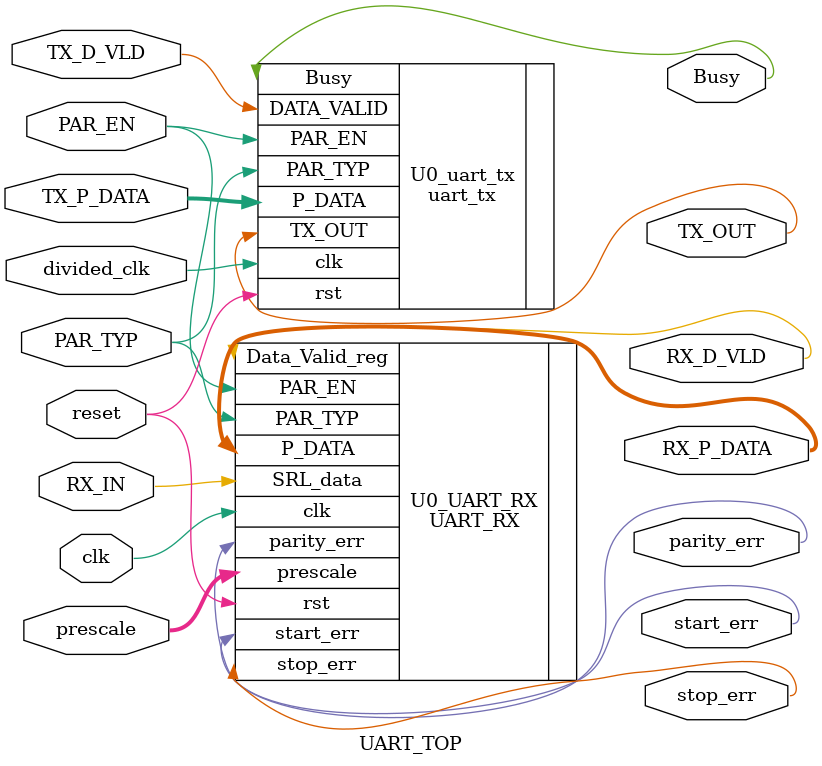
<source format=v>
module UART_TOP #(
    parameter WIDTH=8,
    STOP=1,
    START =0
) (
    //UART_RX inputs
    input RX_IN,
    input [4:0] prescale,
    input PAR_EN,
    input PAR_TYP,
    //UART_TX inputs
    input [WIDTH-1:0] TX_P_DATA,
    input             TX_D_VLD,
    
    input clk, divided_clk, reset,

    //UART_RX outputs
    output [WIDTH-1:0] RX_P_DATA,
    output             RX_D_VLD,
    output             parity_err,
    output             start_err,
    output             stop_err,
    //UART_TX outputs
    output TX_OUT,
    output Busy
);



UART_RX U0_UART_RX (
    .SRL_data(RX_IN),
    .prescale(prescale),
    .PAR_EN(PAR_EN),
    .PAR_TYP(PAR_TYP),
    
    .clk(clk),
    .rst(reset),
    
    .P_DATA(RX_P_DATA),
    .Data_Valid_reg(RX_D_VLD),
    .parity_err(parity_err),
    .start_err(start_err),
    .stop_err(stop_err)
);


uart_tx U0_uart_tx (
    .P_DATA(TX_P_DATA),
    .DATA_VALID(TX_D_VLD),
    .PAR_EN(PAR_EN), .PAR_TYP(PAR_TYP),

    .clk(divided_clk),
    .rst(reset),
    
    .TX_OUT(TX_OUT),
    .Busy(Busy)
);




endmodule
</source>
